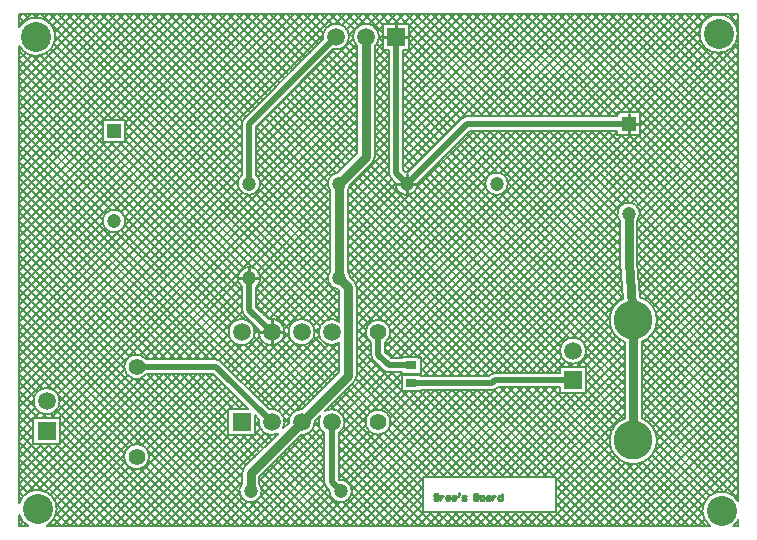
<source format=gtl>
G04*
G04 #@! TF.GenerationSoftware,Altium Limited,Altium Designer,26.2.0 (7)*
G04*
G04 Layer_Physical_Order=1*
G04 Layer_Color=255*
%FSLAX44Y44*%
%MOMM*%
G71*
G04*
G04 #@! TF.SameCoordinates,3185D957-47D7-4B04-8ED6-6F93F25C82E1*
G04*
G04*
G04 #@! TF.FilePolarity,Positive*
G04*
G01*
G75*
%ADD15C,0.2540*%
%ADD17R,0.9000X0.7000*%
%ADD27C,0.2032*%
%ADD28C,0.5080*%
%ADD29C,0.7620*%
%ADD30R,1.5000X1.5000*%
%ADD31C,1.5000*%
%ADD32C,2.5400*%
%ADD33R,1.2000X1.2000*%
%ADD34C,1.2000*%
%ADD35R,1.5000X1.5000*%
%ADD36C,1.4000*%
%ADD37C,3.3000*%
D15*
X520700Y345440D02*
X529240D01*
X520700D02*
Y353980D01*
Y336900D02*
Y345440D01*
X323850Y419100D02*
Y429140D01*
Y419100D02*
X333890D01*
X313810D02*
X323850D01*
X332740Y294640D02*
Y303180D01*
Y294640D02*
X341280D01*
X332740Y286100D02*
Y294640D01*
X324200D02*
X332740D01*
X218440Y168910D02*
Y178950D01*
Y168910D02*
X228480D01*
X208400D02*
X218440D01*
Y158870D02*
Y168910D01*
X199390Y214630D02*
X207930D01*
X199390D02*
Y223170D01*
X190850Y214630D02*
X199390D01*
X358986Y30902D02*
X358139Y31748D01*
X356446D01*
X355600Y30902D01*
Y30056D01*
X356446Y29209D01*
X358139D01*
X358986Y28363D01*
Y27516D01*
X358139Y26670D01*
X356446D01*
X355600Y27516D01*
X360678Y30056D02*
Y26670D01*
Y28363D01*
X361525Y29209D01*
X362371Y30056D01*
X363218D01*
X368296Y26670D02*
X366603D01*
X365757Y27516D01*
Y29209D01*
X366603Y30056D01*
X368296D01*
X369142Y29209D01*
Y28363D01*
X365757D01*
X373374Y26670D02*
X371682D01*
X370835Y27516D01*
Y29209D01*
X371682Y30056D01*
X373374D01*
X374221Y29209D01*
Y28363D01*
X370835D01*
X376760Y32595D02*
Y30902D01*
X375913Y30056D01*
X379299Y26670D02*
X381838D01*
X382685Y27516D01*
X381838Y28363D01*
X380145D01*
X379299Y29209D01*
X380145Y30056D01*
X382685D01*
X389456Y31748D02*
Y26670D01*
X391995D01*
X392841Y27516D01*
Y28363D01*
X391995Y29209D01*
X389456D01*
X391995D01*
X392841Y30056D01*
Y30902D01*
X391995Y31748D01*
X389456D01*
X395380Y26670D02*
X397073D01*
X397920Y27516D01*
Y29209D01*
X397073Y30056D01*
X395380D01*
X394534Y29209D01*
Y27516D01*
X395380Y26670D01*
X400459Y30056D02*
X402151D01*
X402998Y29209D01*
Y26670D01*
X400459D01*
X399612Y27516D01*
X400459Y28363D01*
X402998D01*
X404691Y30056D02*
Y26670D01*
Y28363D01*
X405537Y29209D01*
X406384Y30056D01*
X407230D01*
X413155Y31748D02*
Y26670D01*
X410616D01*
X409769Y27516D01*
Y29209D01*
X410616Y30056D01*
X413155D01*
D17*
X336550Y140850D02*
D03*
Y125850D02*
D03*
D27*
X613156Y421640D02*
G03*
X613156Y421640I-16256J0D01*
G01*
X528066Y263152D02*
G03*
X530256Y269240I-7366J6088D01*
G01*
X544766Y179270D02*
G03*
X530531Y198463I-20056J0D01*
G01*
X532076Y160616D02*
G03*
X544766Y179270I-7366J18654D01*
G01*
X530256Y269240D02*
G03*
X513334Y263152I-9556J0D01*
G01*
X515848Y197262D02*
G03*
X517344Y160616I8862J-17992D01*
G01*
X309506Y419100D02*
G03*
X291084Y410855I-11056J0D01*
G01*
X305816D02*
G03*
X309506Y419100I-7366J8245D01*
G01*
X383540Y351536D02*
G03*
X379230Y349751I0J-6096D01*
G01*
X383540Y351536D02*
G03*
X379230Y349751I0J-6096D01*
G01*
X333633Y304154D02*
G03*
X331847Y304154I-893J-9514D01*
G01*
X418496Y294640D02*
G03*
X418496Y294640I-9556J0D01*
G01*
X323226Y295533D02*
G03*
X342296Y294640I9514J-893D01*
G01*
D02*
G03*
X342254Y295533I-9556J0D01*
G01*
X317754Y303530D02*
G03*
X319540Y299219I6096J0D01*
G01*
X317754Y303530D02*
G03*
X319540Y299219I6096J0D01*
G01*
X314706Y160292D02*
G03*
X319166Y168910I-6096J8618D01*
G01*
X303659Y312292D02*
G03*
X305816Y317500I-5209J5209D01*
G01*
X303659Y312292D02*
G03*
X305816Y317500I-5209J5209D01*
G01*
X319166Y168910D02*
G03*
X302514Y160292I-10556J0D01*
G01*
X290576Y207010D02*
G03*
X288419Y212218I-7366J0D01*
G01*
X290576Y207010D02*
G03*
X288419Y212218I-7366J0D01*
G01*
X484766Y153270D02*
G03*
X484766Y153270I-11056J0D01*
G01*
X544766Y77270D02*
G03*
X532076Y95925I-20056J0D01*
G01*
X517344D02*
G03*
X544766Y77270I7366J-18654D01*
G01*
X613664Y25650D02*
G03*
X589619Y4826I-14224J-7870D01*
G01*
X609261D02*
G03*
X613664Y9910I-9821J12954D01*
G01*
X407550Y134366D02*
G03*
X403240Y132580I0J-6096D01*
G01*
X407550Y134366D02*
G03*
X403240Y132580I0J-6096D01*
G01*
X313190Y136540D02*
G03*
X317500Y134754I4311J4311D01*
G01*
X302514Y149740D02*
G03*
X304300Y145430I6096J0D01*
G01*
X302514Y149740D02*
G03*
X304300Y145430I6096J0D01*
G01*
X313190Y136540D02*
G03*
X317500Y134754I4311J4311D01*
G01*
X288419Y126872D02*
G03*
X290576Y132080I-5209J5209D01*
G01*
X288419Y126872D02*
G03*
X290576Y132080I-5209J5209D01*
G01*
X405130Y119754D02*
G03*
X409440Y121539I0J6096D01*
G01*
X405130Y119754D02*
G03*
X409440Y121539I0J6096D01*
G01*
X319166Y92710D02*
G03*
X319166Y92710I-10556J0D01*
G01*
X284106Y419100D02*
G03*
X262217Y416889I-11056J0D01*
G01*
X270839Y408267D02*
G03*
X284106Y419100I2211J10833D01*
G01*
X274686Y304153D02*
G03*
X268224Y288552I904J-9513D01*
G01*
X285103Y215534D02*
G03*
X282956Y220718I-9513J-904D01*
G01*
Y288552D02*
G03*
X285103Y293736I-7366J6088D01*
G01*
X275844Y177777D02*
G03*
X275844Y160043I-6604J-8867D01*
G01*
X268224Y220718D02*
G03*
X274686Y205117I7366J-6088D01*
G01*
X254896Y168910D02*
G03*
X254896Y168910I-11056J0D01*
G01*
X229496D02*
G03*
X216229Y179743I-11056J0D01*
G01*
X207607Y171122D02*
G03*
X229496Y168910I10833J-2211D01*
G01*
X195079Y349751D02*
G03*
X193294Y345440I4311J-4311D01*
G01*
X195079Y349751D02*
G03*
X193294Y345440I4311J-4311D01*
G01*
X4826Y411230D02*
G03*
X35306Y419100I14224J7870D01*
G01*
D02*
G03*
X4826Y426970I-16256J0D01*
G01*
X208946Y294640D02*
G03*
X205486Y301999I-9556J0D01*
G01*
X193294D02*
G03*
X208946Y294640I6096J-7359D01*
G01*
Y214630D02*
G03*
X193294Y207271I-9556J0D01*
G01*
X205486D02*
G03*
X208946Y214630I-6096J7359D01*
G01*
X193294Y187960D02*
G03*
X195079Y183650I6096J0D01*
G01*
X193294Y187960D02*
G03*
X195079Y183650I6096J0D01*
G01*
X204096Y168910D02*
G03*
X204096Y168910I-11056J0D01*
G01*
X175760Y144010D02*
G03*
X171450Y145796I-4311J-4311D01*
G01*
X175760Y144010D02*
G03*
X171450Y145796I-4311J-4311D01*
G01*
X94646Y262890D02*
G03*
X94646Y262890I-9556J0D01*
G01*
X280296Y92710D02*
G03*
X263984Y102437I-11056J0D01*
G01*
X259513Y97966D02*
G03*
X263144Y83486I9727J-5256D01*
G01*
X244461Y103749D02*
G03*
X232801Y92089I-621J-11039D01*
G01*
X229496Y92710D02*
G03*
X216229Y103543I-11056J0D01*
G01*
X207607Y94922D02*
G03*
X223696Y82983I10833J-2211D01*
G01*
X275336Y83486D02*
G03*
X280296Y92710I-6096J9224D01*
G01*
X263144Y41910D02*
G03*
X264930Y37599I6096J0D01*
G01*
X263144Y41910D02*
G03*
X264930Y37599I6096J0D01*
G01*
X243219Y81671D02*
G03*
X254896Y92710I621J11039D01*
G01*
X286416Y34290D02*
G03*
X275967Y43804I-9556J0D01*
G01*
X267346Y35183D02*
G03*
X286416Y34290I9514J-893D01*
G01*
X228167Y87454D02*
G03*
X229496Y92710I-9727J5256D01*
G01*
X210216Y34290D02*
G03*
X208026Y40378I-9556J0D01*
G01*
X193294D02*
G03*
X210216Y34290I7366J-6088D01*
G01*
X112758Y145796D02*
G03*
X112758Y133604I-8618J-6096D01*
G01*
X38996Y110490D02*
G03*
X38996Y110490I-11056J0D01*
G01*
X195452Y54738D02*
G03*
X193294Y49530I5209J-5209D01*
G01*
X195452Y54738D02*
G03*
X193294Y49530I5209J-5209D01*
G01*
X114696Y63500D02*
G03*
X114696Y63500I-10556J0D01*
G01*
X28190Y4826D02*
G03*
X36576Y19050I-7870J14224D01*
G01*
D02*
G03*
X4826Y23969I-16256J0D01*
G01*
Y14131D02*
G03*
X12450Y4826I15494J4919D01*
G01*
X612609Y425820D02*
X613664Y426875D01*
X612569Y438404D02*
X613664Y437309D01*
X613042Y423563D02*
X613664Y422940D01*
X610360Y430755D02*
X613664Y434059D01*
X605385Y438404D02*
X613664Y430125D01*
X612466Y416954D02*
X613664Y415756D01*
X612934Y418960D02*
X613664Y419690D01*
X610093Y412143D02*
X613664Y408572D01*
X606518Y408534D02*
X613664Y401388D01*
X601745Y406123D02*
X613664Y394204D01*
X591016Y438404D02*
X592214Y437206D01*
X583832Y438404D02*
X587403Y434833D01*
X576648Y438404D02*
X583794Y431258D01*
X569464Y438404D02*
X581383Y426485D01*
X562279Y438404D02*
X580732Y419952D01*
X602233Y436996D02*
X603641Y438404D01*
X606887Y434466D02*
X610825Y438404D01*
X598200D02*
X598823Y437782D01*
X540727Y438404D02*
X613664Y365467D01*
X547911Y438404D02*
X613664Y372651D01*
X533543Y438404D02*
X613664Y358283D01*
X526358Y438404D02*
X613664Y351098D01*
X519174Y438404D02*
X613664Y343914D01*
X527451Y276003D02*
X613664Y362217D01*
X530013Y271381D02*
X613664Y355032D01*
X511990Y438404D02*
X613664Y336730D01*
X522821Y278558D02*
X613664Y369401D01*
X555095Y438404D02*
X613664Y379835D01*
X527417Y354996D02*
X584074Y411653D01*
X530256Y350651D02*
X587785Y408180D01*
X513049Y354996D02*
X580674Y422621D01*
X520233Y354996D02*
X581544Y416307D01*
X595211Y405472D02*
X613664Y387019D01*
X530256Y335884D02*
Y354996D01*
Y343466D02*
X592720Y405931D01*
X530256Y336282D02*
X599580Y405606D01*
X432964Y438404D02*
X516372Y354996D01*
X425779Y438404D02*
X511144Y353039D01*
X430562Y351536D02*
X517430Y438404D01*
X418595D02*
X505463Y351536D01*
X423378D02*
X510246Y438404D01*
X511144Y354996D02*
X530256D01*
X511144Y353091D02*
X513049Y354996D01*
X444931Y351536D02*
X531799Y438404D01*
X440148D02*
X523556Y354996D01*
X437747Y351536D02*
X524614Y438404D01*
X397043D02*
X483910Y351536D01*
X394641D02*
X481509Y438404D01*
X401825Y351536D02*
X488694Y438404D01*
X387457Y351536D02*
X474325Y438404D01*
X389858D02*
X476726Y351536D01*
X411411Y438404D02*
X498279Y351536D01*
X416194D02*
X503062Y438404D01*
X404227D02*
X491095Y351536D01*
X409010D02*
X495878Y438404D01*
X497621D02*
X613664Y322361D01*
X504806Y438404D02*
X613664Y329546D01*
X490437Y438404D02*
X613664Y315177D01*
X483253Y438404D02*
X613664Y307993D01*
X476069Y438404D02*
X613664Y300809D01*
X468885Y438404D02*
X613664Y293625D01*
X461700Y438404D02*
X613664Y286440D01*
X454516Y438404D02*
X613664Y279256D01*
X447332Y438404D02*
X613664Y272072D01*
X473668Y351536D02*
X560536Y438404D01*
X466483Y351536D02*
X553351Y438404D01*
X480852Y351536D02*
X567720Y438404D01*
X452115Y351536D02*
X538983Y438404D01*
X459299Y351536D02*
X546167Y438404D01*
X502405Y351536D02*
X589272Y438404D01*
X511144Y351536D02*
Y354996D01*
X488036Y351536D02*
X574904Y438404D01*
X495220Y351536D02*
X582088Y438404D01*
X528066Y255066D02*
X613664Y340664D01*
X530256Y341112D02*
X613664Y257704D01*
X528299Y335884D02*
X613664Y250519D01*
X521115Y335884D02*
X613664Y243335D01*
X513931Y335884D02*
X613664Y236151D01*
X528237Y226500D02*
X613664Y311927D01*
X528066Y233513D02*
X613664Y319111D01*
X528781Y219859D02*
X613664Y304743D01*
X528066Y247882D02*
X613664Y333480D01*
X528066Y240697D02*
X613664Y326296D01*
X530256Y348296D02*
X613664Y264888D01*
X528066Y262250D02*
X613664Y347848D01*
X528066Y228593D02*
Y263152D01*
X511144Y335884D02*
X530256D01*
X513334Y228292D02*
Y263152D01*
X541797Y189771D02*
X613664Y261638D01*
X538590Y193748D02*
X613664Y268822D01*
X530256Y269270D02*
X613664Y185861D01*
X528550Y263791D02*
X613664Y178677D01*
X528066Y257091D02*
X613664Y171493D01*
X543994Y184783D02*
X613664Y254453D01*
X544745Y178350D02*
X613664Y247269D01*
X540560Y166981D02*
X613664Y240085D01*
X528066Y249907D02*
X613664Y164309D01*
X530410Y199937D02*
X613664Y283190D01*
X529867Y206577D02*
X613664Y290375D01*
X534457Y196799D02*
X613664Y276006D01*
X529324Y213218D02*
X613664Y297559D01*
X528066Y228593D02*
X530531Y198463D01*
X513358Y227692D02*
X515848Y197262D01*
X516358Y161036D02*
X517344Y160050D01*
X452997Y339344D02*
X515251Y277090D01*
X417076Y339344D02*
X513334Y243086D01*
X409892Y339344D02*
X513334Y235902D01*
X402708Y339344D02*
X513334Y228718D01*
X395524Y339344D02*
X513909Y220958D01*
X503287Y339344D02*
X613664Y228967D01*
X496102Y339344D02*
X613664Y221782D01*
X460182Y339344D02*
X520729Y278796D01*
X488918Y339344D02*
X613664Y214598D01*
X510471Y339344D02*
X511144Y338671D01*
X509589Y351536D02*
X511144Y353091D01*
Y335884D02*
Y339344D01*
X383540Y351536D02*
X511144D01*
X386065Y339344D02*
X511144D01*
X445813D02*
X511989Y273168D01*
X438629Y339344D02*
X511577Y266396D01*
X431445Y339344D02*
X513334Y257455D01*
X424260Y339344D02*
X513334Y250270D01*
X474550Y339344D02*
X613664Y200230D01*
X481734Y339344D02*
X613664Y207414D01*
X467366Y339344D02*
X613664Y193046D01*
X388339Y339344D02*
X514549Y213134D01*
X383610Y336889D02*
X515189Y205310D01*
X479054Y162949D02*
X515660Y199555D01*
X418494Y294821D02*
X515830Y197486D01*
X473237Y164316D02*
X515117Y206196D01*
X362057Y315336D02*
X506476Y170918D01*
X365650Y318929D02*
X504664Y179914D01*
X319147Y168279D02*
X490213Y339344D01*
X314301Y177801D02*
X475844Y339344D01*
X317796Y174111D02*
X483028Y339344D01*
X416851Y289280D02*
X511644Y194486D01*
X412971Y285976D02*
X508237Y190710D01*
X406309Y285453D02*
X505803Y185960D01*
X344097Y297376D02*
X478022Y163451D01*
X332385Y438404D02*
X419253Y351536D01*
X329946Y358683D02*
X409667Y438404D01*
X339569D02*
X426437Y351536D01*
X329946Y373051D02*
X395299Y438404D01*
X329946Y365867D02*
X402483Y438404D01*
X334906Y421514D02*
X404884Y351536D01*
X334906Y414330D02*
X397700Y351536D01*
X382674Y438404D02*
X469542Y351536D01*
X334008Y408044D02*
X390516Y351536D01*
X334906Y428698D02*
X412068Y351536D01*
X334906Y421117D02*
X352193Y438404D01*
X334906Y428301D02*
X345009Y438404D01*
X334906Y413932D02*
X359378Y438404D01*
X329946Y401788D02*
X366562Y438404D01*
X329946Y387420D02*
X380930Y438404D01*
X333448Y430156D02*
X334906Y428698D01*
Y408044D02*
Y430156D01*
X329946Y408044D02*
X334906D01*
X329946Y380235D02*
X388115Y438404D01*
X361121D02*
X447990Y351536D01*
X353937Y438404D02*
X440805Y351536D01*
X329946Y315578D02*
X452772Y438404D01*
X329946Y329946D02*
X438404Y438404D01*
X329946Y322762D02*
X445588Y438404D01*
X368306D02*
X455174Y351536D01*
X375490Y438404D02*
X462358Y351536D01*
X329946Y308393D02*
X459957Y438404D01*
X332931Y304194D02*
X467141Y438404D01*
X329946Y329946D02*
X438404Y438404D01*
X346753D02*
X433621Y351536D01*
X329946Y306055D02*
Y408044D01*
Y351499D02*
X416851Y438404D01*
X329946Y337130D02*
X431220Y438404D01*
X329946Y390553D02*
X374989Y345510D01*
X329946Y383369D02*
X371397Y341918D01*
X329946Y404922D02*
X383335Y351533D01*
X329946Y397737D02*
X378581Y349102D01*
X322393Y430156D02*
X330641Y438404D01*
X318016D02*
X326264Y430156D01*
X325200Y438404D02*
X333448Y430156D01*
X310832Y438404D02*
X319080Y430156D01*
X315209D02*
X323457Y438404D01*
X329577Y430156D02*
X337825Y438404D01*
X312794Y430156D02*
X334906D01*
X303648Y438404D02*
X312794Y429258D01*
X300624Y429940D02*
X309088Y438404D01*
X305492Y427623D02*
X316272Y438404D01*
X289279D02*
X297563Y430120D01*
X296464Y438404D02*
X312794Y422074D01*
X309321Y417084D02*
X312794Y420557D01*
X309470Y418213D02*
X312794Y414889D01*
X308581Y423528D02*
X312794Y427741D01*
X329946Y344314D02*
X424036Y438404D01*
X329946Y394604D02*
X373746Y438404D01*
X317754Y303530D02*
Y408044D01*
X305816Y392026D02*
X317754Y403965D01*
X305816Y400315D02*
X317754Y388377D01*
X305816Y377658D02*
X317754Y389596D01*
X305816Y385946D02*
X317754Y374008D01*
X305816Y384842D02*
X317754Y396780D01*
X305816Y393130D02*
X317754Y381193D01*
X305816Y406395D02*
X312794Y413373D01*
Y408044D02*
Y430156D01*
X307602Y412897D02*
X317754Y402745D01*
X291084Y320551D02*
Y410855D01*
X312794Y408044D02*
X317754D01*
X305816Y407499D02*
X317754Y395561D01*
X305816Y399211D02*
X314649Y408044D01*
X305816Y317500D02*
Y410855D01*
X329946Y361816D02*
X360621Y331142D01*
X329946Y376185D02*
X367805Y338326D01*
X329946Y369001D02*
X364213Y334734D01*
X411586Y303822D02*
X447107Y339344D01*
X380018Y333297D02*
X409121Y304194D01*
X416013Y301066D02*
X454291Y339344D01*
X333633Y304154D02*
X379230Y349751D01*
X376426Y329705D02*
X403580Y302551D01*
X329946Y340264D02*
X349844Y320365D01*
X329946Y333079D02*
X346252Y316773D01*
X329946Y325895D02*
X342660Y313181D01*
X329946Y354632D02*
X357029Y327550D01*
X329946Y347448D02*
X353436Y323957D01*
X329946Y306055D02*
X331847Y304154D01*
X329946Y318711D02*
X339068Y309589D01*
X329946Y311527D02*
X335476Y305997D01*
X418363Y296231D02*
X461476Y339344D01*
X372834Y326113D02*
X400276Y298671D01*
X369242Y322521D02*
X399753Y292009D01*
X342254Y295533D02*
X386065Y339344D01*
X341752Y291463D02*
X389633Y339344D01*
X342002Y292287D02*
X470453Y163836D01*
X339358Y287747D02*
X465955Y161150D01*
X319540Y299219D02*
X323226Y295533D01*
X305816Y334553D02*
X317754Y346491D01*
X305816Y350025D02*
X317754Y338087D01*
X305816Y342841D02*
X317754Y330903D01*
X305816Y357209D02*
X317754Y345271D01*
X305816Y341737D02*
X317754Y353675D01*
X305816Y320184D02*
X317754Y332122D01*
X305816Y328473D02*
X317754Y316535D01*
X305816Y327369D02*
X317754Y339307D01*
X305816Y335657D02*
X317754Y323719D01*
X305816Y371578D02*
X317754Y359640D01*
X305816Y363290D02*
X317754Y375228D01*
X305816Y356105D02*
X317754Y368044D01*
X305816Y370474D02*
X317754Y382412D01*
X305816Y378762D02*
X317754Y366824D01*
X305816Y364394D02*
X317754Y352456D01*
X305816Y348921D02*
X317754Y360859D01*
X290576Y189997D02*
X439923Y339344D01*
X290576Y197181D02*
X432739Y339344D01*
X308780Y179465D02*
X468660Y339344D01*
X289636Y210610D02*
X418370Y339344D01*
X290576Y204366D02*
X425555Y339344D01*
X290576Y168444D02*
X407349Y285217D01*
X290576Y182813D02*
X399757Y291994D01*
X290576Y175629D02*
X402514Y287567D01*
X305250Y314670D02*
X317959Y301961D01*
X305816Y321288D02*
X317754Y309350D01*
X290576Y200029D02*
X311559Y179046D01*
X290576Y178476D02*
X298229Y170823D01*
X290576Y161260D02*
X298055Y168739D01*
X290576Y192845D02*
X304704Y178717D01*
X290576Y185661D02*
X300532Y175705D01*
X532076Y129760D02*
X613664Y211348D01*
X532076Y136945D02*
X613664Y218532D01*
X529367Y212684D02*
X613664Y128388D01*
X528087Y228333D02*
X613664Y142756D01*
X528727Y220509D02*
X613664Y135572D01*
X544350Y183333D02*
X613664Y114019D01*
X532076Y115392D02*
X613664Y196980D01*
X532076Y108208D02*
X613664Y189795D01*
X532076Y122576D02*
X613664Y204164D01*
X530007Y204860D02*
X613664Y121204D01*
X532076Y151313D02*
X613664Y232901D01*
X532076Y158497D02*
X536999Y163420D01*
X532076Y144129D02*
X613664Y225716D01*
X528066Y242723D02*
X613664Y157125D01*
X528066Y235538D02*
X613664Y149940D01*
X484766Y118371D02*
X517344Y150949D01*
X484766Y117214D02*
Y139326D01*
Y132740D02*
X514209Y162183D01*
X484766Y125555D02*
X517344Y158133D01*
X543652Y83862D02*
X613664Y153874D01*
X536150Y162797D02*
X613664Y85282D01*
Y25650D02*
Y438404D01*
X532076Y159686D02*
X613664Y78098D01*
X532076Y152502D02*
X613664Y70914D01*
X544759Y77786D02*
X613664Y146690D01*
X542829Y68671D02*
X613664Y139506D01*
X532076Y145318D02*
X613664Y63730D01*
X532076Y138133D02*
X613664Y56546D01*
X542769Y170546D02*
X613664Y99651D01*
X544498Y176001D02*
X613664Y106835D01*
X537847Y92425D02*
X613664Y168243D01*
X532076Y101023D02*
X613664Y182611D01*
X533523Y95286D02*
X613664Y175427D01*
X539926Y166204D02*
X613664Y92467D01*
X541237Y88632D02*
X613664Y161059D01*
X517344Y95925D02*
Y160616D01*
X532076Y95925D02*
Y160616D01*
X344606Y143448D02*
X613664Y412506D01*
X334696Y147906D02*
X522673Y335884D01*
X344606Y136264D02*
X613664Y405322D01*
X319696Y147275D02*
X511144Y338723D01*
X326551Y146946D02*
X515489Y335884D01*
X354873Y308152D02*
X517344Y145681D01*
X358465Y311744D02*
X517344Y152865D01*
X414550Y134366D02*
X513334Y233150D01*
X341880Y147906D02*
X529858Y335884D01*
X351281Y304560D02*
X517344Y138497D01*
X484723Y154249D02*
X505180Y174706D01*
X482822Y159532D02*
X504777Y181488D01*
X476984Y139326D02*
X507182Y169524D01*
X314706Y156653D02*
X497397Y339344D01*
X316104Y150867D02*
X504581Y339344D01*
X477155Y142765D02*
X480594Y139326D01*
X484168D02*
X510233Y165390D01*
X462654Y139326D02*
X484766D01*
X369025Y131946D02*
X613664Y376585D01*
X361841Y131946D02*
X613664Y383769D01*
X483890Y157582D02*
X517344Y124129D01*
X347472Y131946D02*
X613664Y398138D01*
X354656Y131946D02*
X613664Y390953D01*
X484275Y150013D02*
X517344Y116944D01*
X481590Y145515D02*
X517344Y109760D01*
X419890Y46311D02*
X517344Y143765D01*
X427074Y46311D02*
X517344Y136581D01*
X390578Y131946D02*
X513334Y254702D01*
X383393Y131946D02*
X513334Y261887D01*
X397762Y131946D02*
X513334Y247518D01*
X376209Y131946D02*
X511382Y267119D01*
X347689Y300968D02*
X517344Y131313D01*
X428919Y134366D02*
X514030Y219478D01*
X436103Y134366D02*
X514574Y212837D01*
X421735Y134366D02*
X513487Y226119D01*
X407363Y134363D02*
X513334Y240334D01*
X532076Y109397D02*
X613664Y27809D01*
X532076Y116581D02*
X613664Y34993D01*
X536458Y4826D02*
X613664Y82032D01*
X532076Y123765D02*
X613664Y42177D01*
X500537Y4826D02*
X613664Y117953D01*
X611065Y29143D02*
X613664Y31743D01*
X606940Y32203D02*
X613664Y38927D01*
X612205Y7715D02*
X613664Y6256D01*
X601463Y33910D02*
X613664Y46111D01*
X593130Y32761D02*
X613664Y53295D01*
X532076Y102212D02*
X600274Y34015D01*
X543854Y83251D02*
X594004Y33100D01*
X532076Y130949D02*
X613664Y49361D01*
X544665Y75255D02*
X589375Y30545D01*
X543211Y69526D02*
X585924Y26812D01*
X540565Y64987D02*
X583702Y21851D01*
X536970Y61398D02*
X583435Y14933D01*
X550826Y4826D02*
X613664Y67664D01*
X529273Y4826D02*
X613664Y89216D01*
X558010Y4826D02*
X613664Y60480D01*
X514905Y4826D02*
X613664Y103585D01*
X522089Y4826D02*
X613664Y96401D01*
X609261Y4826D02*
X613664D01*
Y9910D01*
X532426Y58758D02*
X586358Y4826D01*
X526688Y57312D02*
X579174Y4826D01*
X543642D02*
X613664Y74848D01*
X507721Y4826D02*
X613664Y110769D01*
X518670Y58145D02*
X571990Y4826D01*
X579563D02*
X585017Y10280D01*
X586747Y4826D02*
X588077Y6155D01*
X565195Y4826D02*
X584459Y24090D01*
X572379Y4826D02*
X583310Y15757D01*
X484766Y135154D02*
X517344Y102576D01*
X484766Y127971D02*
X516966Y95771D01*
X484766Y120786D02*
X512427Y93125D01*
X434258Y46311D02*
X517344Y129397D01*
X441442Y46311D02*
X517344Y122212D01*
X455811Y46311D02*
X517344Y107844D01*
X481154Y117214D02*
X508838Y89530D01*
X459486Y42802D02*
X517344Y100660D01*
X448627Y46311D02*
X517344Y115028D01*
X392404Y119754D02*
X507332Y4826D01*
X483609Y117214D02*
X484766Y118371D01*
X462654Y117214D02*
X484766D01*
X466786D02*
X504752Y79248D01*
X454641Y122174D02*
X505585Y71230D01*
X412706Y46311D02*
X483609Y117214D01*
X473970D02*
X506198Y84986D01*
X459486Y21249D02*
X506694Y68457D01*
X459486Y35617D02*
X505037Y81168D01*
X459486Y28433D02*
X504941Y73889D01*
X486168Y4826D02*
X613664Y132322D01*
X425905Y122174D02*
X543253Y4826D01*
X493352D02*
X613664Y125138D01*
X411536Y122174D02*
X528884Y4826D01*
X418721Y122174D02*
X536068Y4826D01*
X447457Y122174D02*
X564805Y4826D01*
X478984D02*
X533309Y59151D01*
X433089Y122174D02*
X550437Y4826D01*
X440273Y122174D02*
X557621Y4826D01*
X457431D02*
X513348Y60743D01*
X450247Y4826D02*
X509555Y64134D01*
X464616Y4826D02*
X518118Y58329D01*
X399588Y119754D02*
X514516Y4826D01*
X406594Y119932D02*
X521700Y4826D01*
X459486Y31119D02*
X485779Y4826D01*
X471800D02*
X524195Y57221D01*
X459486Y45487D02*
X500147Y4826D01*
X459486Y38303D02*
X492963Y4826D01*
X450471Y134366D02*
X464031Y147926D01*
X443287Y134366D02*
X462664Y153743D01*
X457655Y134366D02*
X467448Y144158D01*
X334645Y285276D02*
X463205Y156716D01*
X344606Y133794D02*
Y147906D01*
X469813Y142924D02*
X473411Y139326D01*
X469800D02*
X472731Y142258D01*
X462654Y134366D02*
Y139326D01*
X407550Y134366D02*
X462654D01*
X328494Y132906D02*
X344606D01*
X342699Y147906D02*
X344606Y145999D01*
X328494Y147906D02*
X344606D01*
X328494Y133794D02*
Y134754D01*
X320025Y146946D02*
X328494D01*
Y147906D01*
X334064Y132906D02*
X334952Y133794D01*
X335258D02*
X336146Y132906D01*
X328494Y133794D02*
X344606D01*
X327114Y134754D02*
X328962Y132906D01*
X362416Y46311D02*
X438279Y122174D01*
X369600Y46311D02*
X445463Y122174D01*
X348048Y46311D02*
X423911Y122174D01*
X355232Y46311D02*
X431095Y122174D01*
X461826D02*
X462654Y121346D01*
Y117214D02*
Y122174D01*
X410075D02*
X462654D01*
X376785Y46311D02*
X452648Y122174D01*
X344606Y145999D02*
X358659Y131946D01*
X344606Y138815D02*
X351475Y131946D01*
X341248Y132906D02*
X342136Y133794D01*
X342443D02*
X343331Y132906D01*
X344606Y131946D02*
X402605D01*
X403240Y132580D01*
X344606Y131946D02*
Y132906D01*
X328494Y118794D02*
Y132906D01*
X302052Y310685D02*
X463364Y149373D01*
X318417Y165004D02*
X335515Y147906D01*
X318746Y171859D02*
X342699Y147906D01*
X298460Y307093D02*
X466226Y139326D01*
X294868Y303500D02*
X462654Y135714D01*
X315405Y160832D02*
X328494Y147743D01*
X314706Y154346D02*
X322106Y146946D01*
X314706Y152265D02*
X320025Y146946D01*
X314706Y152265D02*
Y160292D01*
X302514Y149740D02*
Y160292D01*
X290576Y154076D02*
X299719Y163219D01*
X290576Y146892D02*
X302514Y158830D01*
X290576Y171292D02*
X302514Y159354D01*
X290576Y164108D02*
X302514Y152170D01*
X304300Y145430D02*
X313190Y136540D01*
X290576Y139707D02*
X302514Y151645D01*
X291276Y299908D02*
X456818Y134366D01*
X290576Y149740D02*
X394005Y46311D01*
X290576Y142555D02*
X386820Y46311D01*
X287683Y296316D02*
X449634Y134366D01*
X290573Y207216D02*
X365843Y131946D01*
X302415Y101257D02*
X328494Y127336D01*
X299379Y4826D02*
X416727Y122174D01*
X289857Y128906D02*
X372452Y46311D01*
X290576Y135371D02*
X379636Y46311D01*
X317500Y134754D02*
X328494D01*
X290576Y132523D02*
X303910Y145858D01*
X290576Y132080D02*
Y207010D01*
Y156924D02*
X328494Y119006D01*
X319930Y134754D02*
X328494Y126190D01*
X286563Y125016D02*
X308317Y103262D01*
X383969Y46311D02*
X459832Y122174D01*
X409440Y121539D02*
X410075Y122174D01*
X385219Y119754D02*
X458663Y46311D01*
X370851Y119754D02*
X444294Y46311D01*
X378035Y119754D02*
X451478Y46311D01*
X405521D02*
X476425Y117214D01*
X458663Y46311D02*
X459486Y45487D01*
Y16764D02*
Y46311D01*
X391153D02*
X462654Y117812D01*
X398337Y46311D02*
X469240Y117214D01*
X378405Y4826D02*
X390343Y16764D01*
X371221Y4826D02*
X383159Y16764D01*
X373262D02*
X385200Y4826D01*
X387630Y16764D02*
X399568Y4826D01*
X392774D02*
X404711Y16764D01*
X380446D02*
X392384Y4826D01*
X385589D02*
X397527Y16764D01*
X437920D02*
X449858Y4826D01*
X435879D02*
X447817Y16764D01*
X459486Y23935D02*
X478595Y4826D01*
X428694D02*
X440633Y16764D01*
X430736D02*
X442674Y4826D01*
X452288Y16764D02*
X464226Y4826D01*
X459473Y16764D02*
X471411Y4826D01*
X443063D02*
X455001Y16764D01*
X445104D02*
X457042Y4826D01*
X407142D02*
X419080Y16764D01*
X401999D02*
X413937Y4826D01*
X409183Y16764D02*
X421121Y4826D01*
X394815Y16764D02*
X406753Y4826D01*
X399958D02*
X411896Y16764D01*
X421510Y4826D02*
X433448Y16764D01*
X423551D02*
X435490Y4826D01*
X414326D02*
X426264Y16764D01*
X416367D02*
X428305Y4826D01*
X356483Y119754D02*
X429926Y46311D01*
X349299Y119754D02*
X422742Y46311D01*
X363667Y119754D02*
X437110Y46311D01*
X344606Y119754D02*
X405130D01*
X328706Y118794D02*
X401189Y46311D01*
X343074Y118794D02*
X415557Y46311D01*
X346964D02*
X459486D01*
X319162Y92417D02*
X365268Y46311D01*
X335890Y118794D02*
X408373Y46311D01*
X344606Y118794D02*
Y119754D01*
X318657Y95947D02*
X341504Y118794D01*
X318206Y88311D02*
X349649Y119754D01*
X311268Y102926D02*
X328494Y120152D01*
X315885Y100359D02*
X334320Y118794D01*
X328494D02*
X344606D01*
X317451Y86943D02*
X358084Y46311D01*
X313731Y83479D02*
X350900Y46311D01*
X351709Y16764D02*
X363647Y4826D01*
X349668D02*
X361606Y16764D01*
X356852Y4826D02*
X368790Y16764D01*
X286394Y34946D02*
X371201Y119754D01*
X292194Y4826D02*
X407682Y120314D01*
X364037Y4826D02*
X375975Y16764D01*
X366078D02*
X378016Y4826D01*
X346964Y16764D02*
X459486D01*
X358894D02*
X370832Y4826D01*
X346964Y45227D02*
X348048Y46311D01*
X346964Y16764D02*
Y46311D01*
X313747Y4826D02*
X346964Y38043D01*
X307844Y82182D02*
X346964Y43062D01*
X306563Y4826D02*
X346964Y45227D01*
X335300Y4826D02*
X347238Y16764D01*
X342484Y4826D02*
X354422Y16764D01*
X320931Y4826D02*
X346964Y30859D01*
X328116Y4826D02*
X346964Y23674D01*
X281961Y425645D02*
X294720Y438404D01*
X282095D02*
X292247Y428252D01*
X284015Y420515D02*
X301904Y438404D01*
X278078Y428946D02*
X287535Y438404D01*
X274911D02*
X288807Y424508D01*
X283489Y415458D02*
X291084Y407863D01*
X283541Y422590D02*
X287400Y418731D01*
X280672Y411091D02*
X291084Y400678D01*
X246174Y438404D02*
X262424Y422154D01*
X238990Y438404D02*
X261361Y416032D01*
X231806Y438404D02*
X257769Y412440D01*
X224621Y438404D02*
X254177Y408848D01*
X217437Y438404D02*
X250585Y405256D01*
X272059Y430112D02*
X280351Y438404D01*
X267727D02*
X276540Y429591D01*
X260543Y438404D02*
X269408Y429539D01*
X253358Y438404D02*
X265041Y426721D01*
X262798Y400227D02*
X291084Y371941D01*
X266390Y403819D02*
X291084Y379126D01*
X259206Y396635D02*
X291084Y364757D01*
X255614Y393043D02*
X291084Y357573D01*
X252022Y389451D02*
X291084Y350389D01*
X248430Y385859D02*
X291084Y343205D01*
X244838Y382267D02*
X291084Y336020D01*
X241246Y378675D02*
X291084Y328836D01*
X237654Y375083D02*
X291084Y321653D01*
X269982Y407411D02*
X291084Y386310D01*
X276104Y408474D02*
X291084Y393494D01*
X234062Y371491D02*
X288043Y317510D01*
X230470Y367899D02*
X284450Y313918D01*
X226877Y364306D02*
X280858Y310326D01*
X223285Y360714D02*
X277266Y306733D01*
X219693Y357122D02*
X272982Y303833D01*
X216101Y353530D02*
X268540Y301091D01*
X212509Y349938D02*
X266175Y296273D01*
X205486Y341986D02*
X271635Y408135D01*
X205486Y342915D02*
X270839Y408267D01*
X205486Y327618D02*
X289927Y412058D01*
X4826Y438404D02*
X613664D01*
X205486Y334802D02*
X287610Y416926D01*
X207011Y300406D02*
X291084Y384479D01*
X205486Y306065D02*
X291084Y391663D01*
X208933Y295143D02*
X291084Y377295D01*
X205486Y320433D02*
X291084Y406031D01*
X205486Y313249D02*
X291084Y398847D01*
X188700Y438404D02*
X236217Y390888D01*
X181516Y438404D02*
X232625Y387296D01*
X174333Y438404D02*
X229033Y383704D01*
X167148Y438404D02*
X225441Y380112D01*
X159964Y438404D02*
X221849Y376520D01*
X210253Y438404D02*
X246993Y401664D01*
X203069Y438404D02*
X243401Y398072D01*
X195885Y438404D02*
X239809Y394480D01*
X195079Y349751D02*
X262217Y416889D01*
X37833Y438404D02*
X275844Y200393D01*
X93862Y259099D02*
X273167Y438404D01*
X35304Y419380D02*
X275844Y178840D01*
X30648Y438404D02*
X275844Y193208D01*
X23464Y438404D02*
X275844Y186024D01*
X208917Y346346D02*
X268224Y287039D01*
X205486Y342593D02*
X268224Y279855D01*
X34226Y413274D02*
X267649Y179851D01*
X97990Y148279D02*
X291084Y341373D01*
X85641Y272430D02*
X251614Y438404D01*
X4826Y205984D02*
X237246Y438404D01*
X4826Y198800D02*
X244430Y438404D01*
X4826Y220352D02*
X222878Y438404D01*
X4826Y213168D02*
X230062Y438404D01*
X93978Y266399D02*
X265983Y438404D01*
X94646Y345670D02*
X262580Y177735D01*
X90884Y270489D02*
X258799Y438404D01*
X4826Y162879D02*
X262038Y420091D01*
X282956Y268588D02*
X317756Y303387D01*
X282956Y275772D02*
X317754Y310570D01*
X283938Y219280D02*
X404002Y339344D01*
X282956Y282956D02*
X317754Y317754D01*
X282956Y225482D02*
X396818Y339344D01*
X282956Y239851D02*
X328966Y285861D01*
X282956Y247035D02*
X324982Y289061D01*
X282956Y232666D02*
X335917Y285628D01*
X282956Y261403D02*
X320156Y298603D01*
X282956Y254219D02*
X323186Y294449D01*
X284757Y291941D02*
X317754Y324938D01*
X285103Y293736D02*
X303659Y312292D01*
X282956Y282956D02*
X317754Y317754D01*
X274686Y304153D02*
X291084Y320551D01*
X282956Y220718D02*
Y288552D01*
X268224Y220718D02*
Y288552D01*
X286240Y214398D02*
X411186Y339344D01*
X285103Y215534D02*
X288419Y212218D01*
X275844Y177777D02*
Y203959D01*
X265539Y179328D02*
X275844Y189634D01*
X253433Y174407D02*
X275844Y196818D01*
X274135Y158996D02*
X275844Y157287D01*
X268026Y157921D02*
X275844Y150103D01*
X254063Y164700D02*
X275844Y142919D01*
X274686Y205117D02*
X275844Y203959D01*
X272779Y179384D02*
X275844Y182449D01*
X244598Y179940D02*
X270940Y206282D01*
X249960Y178118D02*
X275823Y203980D01*
X254894Y168683D02*
X258822Y172612D01*
X254631Y171316D02*
X258251Y167696D01*
X229437Y167773D02*
X235206Y162004D01*
X206569Y220937D02*
X268224Y282592D01*
X207760Y290029D02*
X268224Y229565D01*
X208843Y216028D02*
X268224Y275408D01*
X204214Y286391D02*
X268224Y222381D01*
X205486Y205486D02*
X268224Y268224D01*
X208762Y187209D02*
X268224Y246671D01*
X205486Y191118D02*
X268224Y253856D01*
X212354Y183617D02*
X268224Y239487D01*
X205486Y205486D02*
X268224Y268224D01*
X205486Y198302D02*
X268224Y261040D01*
X205486Y313856D02*
X268224Y251118D01*
X205486Y321040D02*
X268224Y258302D01*
X205486Y306672D02*
X268224Y243934D01*
X205486Y335409D02*
X268224Y272670D01*
X205486Y328224D02*
X268224Y265486D01*
X208826Y296147D02*
X268224Y236749D01*
X202208Y223761D02*
X267698Y289251D01*
X192984Y221721D02*
X266035Y294772D01*
X198271Y285150D02*
X266351Y217070D01*
X222355Y179250D02*
X268224Y225119D01*
X215946Y180025D02*
X268224Y232303D01*
X111421Y147343D02*
X291084Y327005D01*
X94646Y338485D02*
X259326Y173805D01*
X106808Y149913D02*
X291084Y334189D01*
X226628Y176339D02*
X266108Y215819D01*
X229146Y171672D02*
X267318Y209845D01*
X208531Y217416D02*
X246246Y179701D01*
X208089Y210674D02*
X239630Y179133D01*
X205486Y206093D02*
X235459Y176120D01*
X205486Y198908D02*
X233054Y171340D01*
X227980Y163322D02*
X232810Y168152D01*
X131227Y438404D02*
X207480Y362151D01*
X124043Y438404D02*
X203888Y358559D01*
X116859Y438404D02*
X200296Y354967D01*
X109675Y438404D02*
X196704Y351375D01*
X90014Y348646D02*
X179772Y438404D01*
X152780D02*
X218256Y372928D01*
X145596Y438404D02*
X214664Y369335D01*
X138412Y438404D02*
X211072Y365743D01*
X31576Y408739D02*
X91670Y348646D01*
X75534D02*
X94646D01*
X29356Y431672D02*
X36088Y438404D01*
X24804Y434304D02*
X28904Y438404D01*
X32738Y427869D02*
X43272Y438404D01*
X16280D02*
X19330Y435354D01*
X18667Y435351D02*
X21720Y438404D01*
X34874Y422822D02*
X50457Y438404D01*
X34949Y415712D02*
X57641Y438404D01*
X22690Y403257D02*
X77301Y348646D01*
X27758Y405373D02*
X84485Y348646D01*
X102491Y438404D02*
X193587Y347307D01*
X80938Y438404D02*
X193294Y326048D01*
X73754Y438404D02*
X193294Y318864D01*
X66569Y438404D02*
X193294Y311679D01*
X59385Y438404D02*
X193294Y304495D01*
X94646Y338909D02*
X194141Y438404D01*
X94646Y331725D02*
X201325Y438404D01*
X82830Y348646D02*
X172588Y438404D01*
X75646Y348646D02*
X165404Y438404D01*
X94646Y346093D02*
X186957Y438404D01*
X52201D02*
X191141Y299464D01*
X45017Y438404D02*
X189900Y293521D01*
X95306Y438404D02*
X193294Y340416D01*
X94646Y329534D02*
Y348646D01*
X88122Y438404D02*
X193294Y333232D01*
X75534Y329534D02*
Y348646D01*
X4826Y356852D02*
X86378Y438404D01*
X4826Y364037D02*
X79193Y438404D01*
X4826Y349668D02*
X93562Y438404D01*
X4826Y378405D02*
X64825Y438404D01*
X4826Y371221D02*
X72009Y438404D01*
X15534Y403229D02*
X75534Y343229D01*
X4826Y406753D02*
X75534Y336045D01*
X4826Y342484D02*
X100746Y438404D01*
X9096D02*
X13224Y434276D01*
X4826Y435490D02*
X8689Y431626D01*
X4826Y428694D02*
X14535Y438404D01*
X4826Y435879D02*
X7351Y438404D01*
X4826Y426970D02*
Y438404D01*
Y392774D02*
X15328Y403276D01*
X4826Y385589D02*
X22438Y403201D01*
X4826Y407142D02*
X6478Y408794D01*
X4826Y399958D02*
X10281Y405412D01*
X4826Y227537D02*
X215693Y438404D01*
X4826Y399568D02*
X189834Y214560D01*
X4826Y392384D02*
X193294Y203916D01*
X4826Y285010D02*
X158220Y438404D01*
X4826Y234721D02*
X208509Y438404D01*
X4826Y370832D02*
X196133Y179524D01*
X4826Y363647D02*
X189197Y179277D01*
X4826Y385200D02*
X193294Y196732D01*
X4826Y378016D02*
X193294Y189548D01*
X4826Y313747D02*
X129483Y438404D01*
X4826Y320931D02*
X122299Y438404D01*
X4826Y306563D02*
X136667Y438404D01*
X4826Y335300D02*
X107930Y438404D01*
X4826Y328116D02*
X115114Y438404D01*
X4826Y349279D02*
X82129Y271976D01*
X4826Y356463D02*
X90572Y270717D01*
X4826Y299379D02*
X143851Y438404D01*
X4826Y292194D02*
X151035Y438404D01*
X205486Y301999D02*
Y342915D01*
Y191724D02*
X217303Y179907D01*
X205486Y190485D02*
Y207271D01*
Y190485D02*
X216229Y179743D01*
X195079Y183650D02*
X207607Y171122D01*
X193294Y187960D02*
Y207271D01*
Y301999D02*
Y345440D01*
X199462Y177910D02*
X200141Y178588D01*
X202814Y174077D02*
X203733Y174996D01*
X194266Y179898D02*
X196549Y182180D01*
X145796Y145796D02*
X193294Y193294D01*
X152980Y145796D02*
X193516Y186331D01*
X138612Y145796D02*
X193294Y200478D01*
X145796Y145796D02*
X193294Y193294D01*
X203654Y172003D02*
X207404Y168254D01*
X204070Y168149D02*
X207325Y171404D01*
X177846Y141925D02*
X193801Y157880D01*
X181438Y138333D02*
X208100Y164995D01*
X131428Y145796D02*
X193083Y207451D01*
X160164Y145796D02*
X182052Y167684D01*
X167349Y145796D02*
X184041Y162488D01*
X117059Y145796D02*
X192299Y221036D01*
X124243Y145796D02*
X190259Y211812D01*
X173982Y145245D02*
X187873Y159136D01*
X112758Y145796D02*
X171450D01*
X94646Y331301D02*
X202176Y223771D01*
X75534Y329534D02*
X94646D01*
X82045D02*
X191523Y220055D01*
X4826Y249089D02*
X85271Y329534D01*
X4826Y241905D02*
X92455Y329534D01*
X92917Y268372D02*
X184899Y176390D01*
X94176Y259929D02*
X182355Y171750D01*
X89229Y329534D02*
X195434Y223329D01*
X4826Y334911D02*
X75614Y264123D01*
X4826Y270642D02*
X75534Y341350D01*
X4826Y263458D02*
X75534Y334166D01*
X4826Y277826D02*
X75534Y348534D01*
X4826Y342095D02*
X77824Y269097D01*
X4826Y184431D02*
X77491Y257096D01*
X4826Y177247D02*
X81581Y254002D01*
X4826Y256273D02*
X78087Y329534D01*
X4826Y191616D02*
X75550Y262339D01*
X4826Y313358D02*
X172475Y145709D01*
X4826Y306174D02*
X165204Y145796D01*
X4826Y141326D02*
X193294Y329794D01*
X4826Y155695D02*
X193294Y344162D01*
X4826Y148510D02*
X193294Y336978D01*
X91297Y255624D02*
X183369Y163551D01*
X4826Y284621D02*
X143651Y145796D01*
X4826Y298990D02*
X158020Y145796D01*
X4826Y291805D02*
X150835Y145796D01*
X4826Y263068D02*
X122098Y145796D01*
X4826Y170063D02*
X88881Y254118D01*
X4826Y255884D02*
X114914Y145796D01*
X4826Y277437D02*
X136467Y145796D01*
X4826Y270253D02*
X129283Y145796D01*
X4826Y234332D02*
X94711Y144446D01*
X4826Y227147D02*
X93678Y138295D01*
X4826Y248700D02*
X103303Y150223D01*
X4826Y241516D02*
X98032Y148310D01*
X282956Y272307D02*
X420897Y134366D01*
X282956Y265123D02*
X413713Y134366D01*
X284783Y292032D02*
X442449Y134366D01*
X282956Y286675D02*
X435265Y134366D01*
X282956Y279491D02*
X428081Y134366D01*
X282956Y243570D02*
X394580Y131946D01*
X282956Y236386D02*
X387396Y131946D01*
X282956Y229202D02*
X380212Y131946D01*
X282956Y257938D02*
X406603Y134292D01*
X282956Y250754D02*
X401764Y131946D01*
X282956Y222017D02*
X373027Y131946D01*
X275844Y135131D02*
Y160043D01*
X269000Y103763D02*
X307483Y142246D01*
X251050Y160529D02*
X275844Y135735D01*
X246270Y158124D02*
X272554Y131841D01*
X274729Y102308D02*
X311075Y138654D01*
X282971Y121424D02*
X302843Y101551D01*
X268602Y107055D02*
X272333Y103324D01*
X263984Y102437D02*
X288419Y126872D01*
X280289Y43210D02*
X356833Y119754D01*
X275336Y81362D02*
X328494Y134520D01*
X284410Y40147D02*
X364017Y119754D01*
X263458Y4826D02*
X378386Y119754D01*
X270642Y4826D02*
X385570Y119754D01*
X279855Y95803D02*
X346964Y28694D01*
X285010Y4826D02*
X399938Y119754D01*
X272194Y110647D02*
X346964Y35878D01*
X277826Y4826D02*
X392754Y119754D01*
X278443Y98837D02*
X314928Y135323D01*
X279379Y117832D02*
X299379Y97831D01*
X280269Y93480D02*
X321544Y134754D01*
X275787Y114240D02*
X298082Y91944D01*
X275336Y74178D02*
X300063Y98905D01*
X257826Y96279D02*
X258555Y95550D01*
X254879Y93331D02*
X259513Y97966D01*
X227480Y162546D02*
X265369Y124657D01*
X206583Y113188D02*
X258766Y165371D01*
X210175Y109596D02*
X261548Y160969D01*
X37318Y116345D02*
X291084Y370110D01*
X38991Y110833D02*
X291084Y362926D01*
X236934Y160276D02*
X268962Y128249D01*
X223672Y159170D02*
X261777Y121065D01*
X218710Y103763D02*
X273774Y158826D01*
X217784Y157873D02*
X258185Y117472D01*
X213767Y106004D02*
X266079Y158316D01*
X203407Y165067D02*
X254593Y113880D01*
X195807Y123965D02*
X234632Y162790D01*
X200520Y160769D02*
X251001Y110288D01*
X185030Y134741D02*
X211011Y160722D01*
X192215Y127557D02*
X224028Y159370D01*
X199399Y120372D02*
X238344Y159317D01*
X202991Y116780D02*
X244067Y157856D01*
X188622Y131149D02*
X215678Y158204D01*
X195880Y158225D02*
X247409Y106696D01*
X224249Y102117D02*
X275844Y153712D01*
X187681Y159239D02*
X243175Y103746D01*
X86323Y253414D02*
X237780Y101957D01*
X31488Y96146D02*
X291084Y355742D01*
X38672Y96146D02*
X291084Y348558D01*
X244461Y103749D02*
X275844Y135131D01*
X239283Y102783D02*
X275844Y139344D01*
X227842Y98526D02*
X275844Y146528D01*
X175760Y144010D02*
X216229Y103543D01*
X4826Y212779D02*
X212779Y4826D01*
X4826Y320542D02*
X222297Y103072D01*
X4826Y327726D02*
X234283Y98269D01*
X229492Y92992D02*
X233767Y97267D01*
X228802Y96566D02*
X232785Y92583D01*
X204096Y98433D02*
X207607Y94922D01*
X275336Y45441D02*
X313009Y83114D01*
X275336Y59810D02*
X300961Y85435D01*
X275336Y44435D02*
Y83486D01*
Y66994D02*
X298394Y90052D01*
X275336Y52625D02*
X305373Y82662D01*
X275336Y44435D02*
X275967Y43804D01*
X232681Y71134D02*
X263307Y40508D01*
X254876Y92045D02*
X259569Y87351D01*
X254265Y89028D02*
X258187Y92950D01*
X263144Y41910D02*
Y83486D01*
X253087Y86650D02*
X263144Y76592D01*
X249399Y83153D02*
X263144Y69408D01*
X243713Y81655D02*
X263144Y62224D01*
X239865Y78318D02*
X263144Y55040D01*
X236273Y74726D02*
X263144Y47856D01*
X279607Y88867D02*
X346964Y21509D01*
X275336Y64401D02*
X334911Y4826D01*
X276720Y84569D02*
X356463Y4826D01*
X275336Y78769D02*
X349279Y4826D01*
X275336Y71585D02*
X342095Y4826D01*
X283542Y27458D02*
X306174Y4826D01*
X286147Y32037D02*
X313358Y4826D01*
X275336Y57216D02*
X327726Y4826D01*
X275336Y50032D02*
X320542Y4826D01*
X264930Y37599D02*
X267346Y35183D01*
X229089Y67542D02*
X291805Y4826D01*
X234721D02*
X266212Y36317D01*
X256273Y4826D02*
X276204Y24757D01*
X278868Y24947D02*
X298990Y4826D01*
X241905D02*
X267940Y30861D01*
X249089Y4826D02*
X271003Y26739D01*
X228167Y87454D02*
X232801Y92089D01*
X209727Y37306D02*
X259643Y87221D01*
X195452Y54738D02*
X223696Y82983D01*
X208643Y29038D02*
X263113Y83507D01*
X221677Y82139D02*
X222264Y81551D01*
X214082Y82549D02*
X218672Y77959D01*
X208026Y46479D02*
X243219Y81671D01*
X208026Y42789D02*
X247522Y82285D01*
X204096Y81964D02*
X209033Y86901D01*
X204096Y92535D02*
X208279Y88352D01*
X204096Y85351D02*
X215080Y74367D01*
X193425Y81654D02*
X207896Y67183D01*
X134142Y4826D02*
X212624Y83308D01*
X208026Y40378D02*
Y46479D01*
X200609Y81654D02*
X211488Y70775D01*
X221905Y60358D02*
X277437Y4826D01*
X218313Y56766D02*
X270253Y4826D01*
X225497Y63950D02*
X284621Y4826D01*
X198800D02*
X263144Y69170D01*
X205984Y4826D02*
X263144Y61986D01*
X220352Y4826D02*
X263144Y47618D01*
X227537Y4826D02*
X263291Y40580D01*
X28190Y4826D02*
X589619D01*
X213168D02*
X263144Y54802D01*
X211129Y49582D02*
X255884Y4826D01*
X208026Y45500D02*
X248700Y4826D01*
X214721Y53174D02*
X263068Y4826D01*
X141326D02*
X218158Y81658D01*
X191616Y4826D02*
X263144Y76354D01*
X209185Y29973D02*
X234332Y4826D01*
X209991Y36351D02*
X241516Y4826D01*
X200035Y24755D02*
X219963Y4826D01*
X205763Y26210D02*
X227147Y4826D01*
X168925Y133604D02*
X198763Y103766D01*
X182792D02*
X190778Y111751D01*
X189977Y103766D02*
X194370Y108159D01*
X155843Y133604D02*
X185681Y103766D01*
X163027Y133604D02*
X192865Y103766D01*
X181984D02*
X198763D01*
X197161D02*
X197962Y104567D01*
X204096Y81654D02*
Y98433D01*
X181984Y102958D02*
X182792Y103766D01*
X181984Y81654D02*
Y103766D01*
X112758Y133604D02*
X168925D01*
X102693Y73956D02*
X162341Y133604D01*
X38996Y89285D02*
X95561Y145850D01*
X38996Y82101D02*
X93927Y137032D01*
X148659Y133604D02*
X181984Y100279D01*
X141475Y133604D02*
X181984Y93095D01*
X134290Y133604D02*
X181984Y85910D01*
X38996Y74917D02*
X96497Y132418D01*
X127106Y133604D02*
X200712Y59999D01*
X119922Y133604D02*
X197119Y56406D01*
X112750Y133592D02*
X193896Y52446D01*
X108886Y130271D02*
X193294Y45864D01*
X102736Y129238D02*
X192581Y39393D01*
X76668Y4826D02*
X187185Y115343D01*
X83852Y4826D02*
X181984Y102958D01*
X62300Y4826D02*
X180001Y122528D01*
X69484Y4826D02*
X183593Y118935D01*
X112734Y69629D02*
X172817Y129712D01*
X108862Y72941D02*
X169225Y133304D01*
X36316Y21947D02*
X147972Y133604D01*
X34385Y27201D02*
X140788Y133604D01*
X35873Y14320D02*
X155157Y133604D01*
X114660Y64371D02*
X176409Y126120D01*
X38511Y107252D02*
X140937Y4826D01*
X38102Y114845D02*
X95473Y57474D01*
X35832Y102747D02*
X133753Y4826D01*
X4826Y119773D02*
X193294Y308241D01*
X4826Y112589D02*
X190581Y298344D01*
X4826Y105405D02*
X190516Y291095D01*
X4826Y134142D02*
X193294Y322610D01*
X4826Y126958D02*
X193294Y315426D01*
X33710Y119921D02*
X198887Y285097D01*
X28149Y121544D02*
X193624Y287019D01*
X31404Y99991D02*
X35248Y96146D01*
X4826Y148121D02*
X32295Y120652D01*
X4826Y119384D02*
X17579Y106631D01*
X4826Y126568D02*
X17441Y113954D01*
X4826Y112200D02*
X20880Y96146D01*
X4826Y140937D02*
X24702Y121061D01*
X4826Y133753D02*
X20197Y118382D01*
X24081Y100129D02*
X28064Y96146D01*
X24304D02*
X27597Y99439D01*
X4826Y98221D02*
X16886Y110281D01*
X17120Y96146D02*
X22085Y101111D01*
X4826Y198410D02*
X198410Y4826D01*
X4826Y191226D02*
X191226Y4826D01*
X4826Y184042D02*
X184042Y4826D01*
X4826Y219963D02*
X191124Y33665D01*
X4826Y205595D02*
X205595Y4826D01*
X31162Y31162D02*
X133604Y133604D01*
X31162Y31162D02*
X133604Y133604D01*
X20926Y35295D02*
X119236Y133604D01*
X26782Y33966D02*
X126420Y133604D01*
X4826Y169674D02*
X100940Y73559D01*
X4826Y162489D02*
X96515Y70800D01*
X4826Y155305D02*
X93934Y66197D01*
X4826Y176858D02*
X108631Y73053D01*
X4826Y23969D02*
Y411230D01*
Y91037D02*
X18509Y104720D01*
X10291Y31844D02*
X108562Y130115D01*
X4826Y105016D02*
X16884Y92958D01*
X4826Y33563D02*
X100913Y129649D01*
X204096Y89149D02*
X207387Y92440D01*
X204096Y96333D02*
X205146Y97383D01*
X105405Y4826D02*
X182233Y81654D01*
X91037Y4826D02*
X181984Y95773D01*
X98221Y4826D02*
X181984Y88589D01*
X193294Y40378D02*
Y49530D01*
X181984Y81654D02*
X204096D01*
X186240D02*
X204304Y63591D01*
X40747Y4826D02*
X94699Y58778D01*
X47931Y4826D02*
X98011Y54906D01*
X38113Y74034D02*
X38996Y74917D01*
Y74034D02*
Y96146D01*
X98114Y54833D02*
X148121Y4826D01*
X106837Y53294D02*
X155305Y4826D01*
X34348Y10836D02*
X40358Y4826D01*
X55115D02*
X103269Y52980D01*
X126958Y4826D02*
X203786Y81654D01*
X148510Y4826D02*
X193294Y49610D01*
X155695Y4826D02*
X193294Y42425D01*
X112589Y4826D02*
X189417Y81654D01*
X119773Y4826D02*
X196601Y81654D01*
X177247Y4826D02*
X197644Y25222D01*
X184431Y4826D02*
X205912Y26307D01*
X162879Y4826D02*
X191175Y33123D01*
X170063Y4826D02*
X193360Y28123D01*
X38996Y85214D02*
X119384Y4826D01*
X38996Y78030D02*
X112200Y4826D01*
X113693Y67991D02*
X176858Y4826D01*
X35808Y74034D02*
X105016Y4826D01*
X38996Y92398D02*
X126568Y4826D01*
X111440Y55875D02*
X162489Y4826D01*
X114199Y60300D02*
X169674Y4826D01*
X35916Y23637D02*
X54726Y4826D01*
X36300Y16068D02*
X47542Y4826D01*
X16884Y96146D02*
X38996D01*
X4826Y55115D02*
X23744Y74034D01*
X4826Y47931D02*
X30929Y74034D01*
X4826Y69484D02*
X16884Y81542D01*
X4826Y62300D02*
X16884Y74358D01*
Y74034D02*
X38996D01*
X4826Y47542D02*
X17338Y35030D01*
X4826Y40747D02*
X38113Y74034D01*
X4826Y54726D02*
X24907Y34646D01*
X4826Y76668D02*
X16884Y88726D01*
X4826Y90647D02*
X16884Y78589D01*
Y74034D02*
Y96146D01*
X4826Y97831D02*
X16884Y85773D01*
X4826Y83852D02*
X16884Y95910D01*
X4826Y26379D02*
X7527Y29079D01*
X4826Y25989D02*
X5373Y25442D01*
X4826Y40358D02*
X12106Y33078D01*
X4826Y33174D02*
X8160Y29839D01*
X21439Y74034D02*
X90647Y4826D01*
X4826Y69095D02*
X69095Y4826D01*
X28623Y74034D02*
X97831Y4826D01*
X4826Y83463D02*
X83463Y4826D01*
X4826Y76279D02*
X76279Y4826D01*
X33563D02*
X93684Y64947D01*
X4826Y61911D02*
X61911Y4826D01*
X4826Y11621D02*
X7985Y8462D01*
X4826Y12010D02*
X5404Y12588D01*
X4826Y4826D02*
X8208Y8208D01*
X4826Y4826D02*
Y14131D01*
X9732Y6715D02*
X11621Y4826D01*
X31109Y6891D02*
X33174Y4826D01*
X4826D02*
X8208Y8208D01*
X4826Y4826D02*
X12450D01*
D28*
X269240Y41910D02*
Y92710D01*
Y41910D02*
X276860Y34290D01*
X323850Y303530D02*
Y419100D01*
Y303530D02*
X332740Y294640D01*
X199390Y187960D02*
Y214630D01*
Y187960D02*
X218440Y168910D01*
X407550Y128270D02*
X473710D01*
X405130Y125850D02*
X407550Y128270D01*
X336550Y125850D02*
X405130D01*
X383540Y345440D02*
X520700D01*
X332740Y294640D02*
X383540Y345440D01*
X104140Y139700D02*
X171450D01*
X218440Y92710D01*
X308610Y149740D02*
Y168910D01*
Y149740D02*
X317500Y140850D01*
X336550D01*
X199390Y294640D02*
Y345440D01*
X273050Y419100D01*
D29*
X200660Y49530D02*
X243840Y92710D01*
X200660Y34290D02*
Y49530D01*
X520700Y228292D02*
Y269240D01*
Y228292D02*
X524710Y179270D01*
X298450Y317500D02*
Y419100D01*
X275590Y294640D02*
X298450Y317500D01*
X275590Y214630D02*
X283210Y207010D01*
Y132080D02*
Y207010D01*
X243840Y92710D02*
X283210Y132080D01*
X524710Y77270D02*
Y179270D01*
X275590Y214630D02*
Y294640D01*
D30*
X323850Y419100D02*
D03*
X473710Y128270D02*
D03*
D31*
X298450Y419100D02*
D03*
X273050D02*
D03*
X27940Y110490D02*
D03*
X269240Y168910D02*
D03*
X243840D02*
D03*
X218440D02*
D03*
X193040D02*
D03*
X269240Y92710D02*
D03*
X243840D02*
D03*
X218440D02*
D03*
X473710Y153270D02*
D03*
D32*
X599440Y17780D02*
D03*
X20320Y19050D02*
D03*
X19050Y419100D02*
D03*
X596900Y421640D02*
D03*
D33*
X85090Y339090D02*
D03*
X520700Y345440D02*
D03*
D34*
X85090Y262890D02*
D03*
X520700Y269240D02*
D03*
X276860Y34290D02*
D03*
X200660D02*
D03*
X275590Y294640D02*
D03*
X199390D02*
D03*
X408940D02*
D03*
X332740D02*
D03*
X199390Y214630D02*
D03*
X275590D02*
D03*
D35*
X27940Y85090D02*
D03*
X193040Y92710D02*
D03*
D36*
X308610Y168910D02*
D03*
Y92710D02*
D03*
X104140Y139700D02*
D03*
Y63500D02*
D03*
D37*
X524710Y77270D02*
D03*
Y179270D02*
D03*
M02*

</source>
